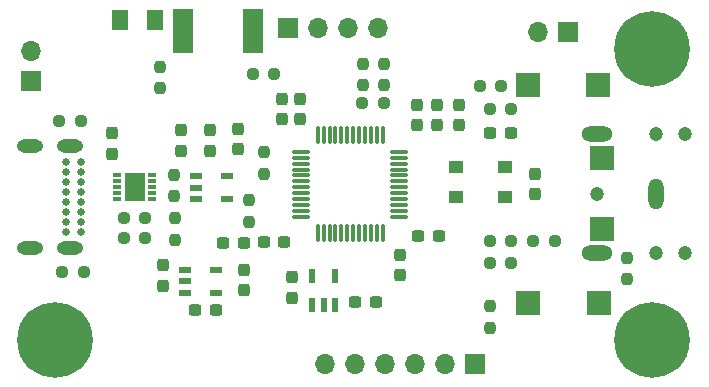
<source format=gts>
G04 #@! TF.GenerationSoftware,KiCad,Pcbnew,(6.0.2-0)*
G04 #@! TF.CreationDate,2022-02-13T15:07:21-08:00*
G04 #@! TF.ProjectId,TimTime,54696d54-696d-4652-9e6b-696361645f70,rev?*
G04 #@! TF.SameCoordinates,Original*
G04 #@! TF.FileFunction,Soldermask,Top*
G04 #@! TF.FilePolarity,Negative*
%FSLAX46Y46*%
G04 Gerber Fmt 4.6, Leading zero omitted, Abs format (unit mm)*
G04 Created by KiCad (PCBNEW (6.0.2-0)) date 2022-02-13 15:07:21*
%MOMM*%
%LPD*%
G01*
G04 APERTURE LIST*
G04 Aperture macros list*
%AMRoundRect*
0 Rectangle with rounded corners*
0 $1 Rounding radius*
0 $2 $3 $4 $5 $6 $7 $8 $9 X,Y pos of 4 corners*
0 Add a 4 corners polygon primitive as box body*
4,1,4,$2,$3,$4,$5,$6,$7,$8,$9,$2,$3,0*
0 Add four circle primitives for the rounded corners*
1,1,$1+$1,$2,$3*
1,1,$1+$1,$4,$5*
1,1,$1+$1,$6,$7*
1,1,$1+$1,$8,$9*
0 Add four rect primitives between the rounded corners*
20,1,$1+$1,$2,$3,$4,$5,0*
20,1,$1+$1,$4,$5,$6,$7,0*
20,1,$1+$1,$6,$7,$8,$9,0*
20,1,$1+$1,$8,$9,$2,$3,0*%
G04 Aperture macros list end*
%ADD10R,1.200000X1.000000*%
%ADD11RoundRect,0.237500X0.237500X-0.300000X0.237500X0.300000X-0.237500X0.300000X-0.237500X-0.300000X0*%
%ADD12RoundRect,0.237500X0.300000X0.237500X-0.300000X0.237500X-0.300000X-0.237500X0.300000X-0.237500X0*%
%ADD13RoundRect,0.237500X-0.237500X0.300000X-0.237500X-0.300000X0.237500X-0.300000X0.237500X0.300000X0*%
%ADD14RoundRect,0.237500X-0.300000X-0.237500X0.300000X-0.237500X0.300000X0.237500X-0.300000X0.237500X0*%
%ADD15R,1.050000X0.550000*%
%ADD16RoundRect,0.237500X0.250000X0.237500X-0.250000X0.237500X-0.250000X-0.237500X0.250000X-0.237500X0*%
%ADD17RoundRect,0.237500X-0.250000X-0.237500X0.250000X-0.237500X0.250000X0.237500X-0.250000X0.237500X0*%
%ADD18RoundRect,0.237500X-0.237500X0.250000X-0.237500X-0.250000X0.237500X-0.250000X0.237500X0.250000X0*%
%ADD19RoundRect,0.237500X0.237500X-0.250000X0.237500X0.250000X-0.237500X0.250000X-0.237500X-0.250000X0*%
%ADD20R,2.000000X2.000000*%
%ADD21R,1.700000X3.700000*%
%ADD22C,1.200000*%
%ADD23O,2.616000X1.308000*%
%ADD24O,1.308000X2.616000*%
%ADD25RoundRect,0.250001X-0.462499X-0.624999X0.462499X-0.624999X0.462499X0.624999X-0.462499X0.624999X0*%
%ADD26R,0.800000X0.300000*%
%ADD27R,1.750000X2.480000*%
%ADD28C,0.650000*%
%ADD29O,2.216000X1.108000*%
%ADD30R,1.700000X1.700000*%
%ADD31O,1.700000X1.700000*%
%ADD32RoundRect,0.237500X0.237500X-0.287500X0.237500X0.287500X-0.237500X0.287500X-0.237500X-0.287500X0*%
%ADD33RoundRect,0.075000X0.662500X0.075000X-0.662500X0.075000X-0.662500X-0.075000X0.662500X-0.075000X0*%
%ADD34RoundRect,0.075000X0.075000X0.662500X-0.075000X0.662500X-0.075000X-0.662500X0.075000X-0.662500X0*%
%ADD35R,0.590000X1.210000*%
%ADD36C,0.800000*%
%ADD37C,6.400000*%
G04 APERTURE END LIST*
D10*
G04 #@! TO.C,Y1*
X152273000Y-102937000D03*
X148113000Y-102937000D03*
X148113000Y-105537000D03*
X152273000Y-105537000D03*
G04 #@! TD*
D11*
G04 #@! TO.C,C1*
X154813000Y-105270500D03*
X154813000Y-103545500D03*
G04 #@! TD*
D12*
G04 #@! TO.C,C3*
X152740500Y-100076000D03*
X151015500Y-100076000D03*
G04 #@! TD*
D11*
G04 #@! TO.C,C4*
X134950200Y-98892500D03*
X134950200Y-97167500D03*
G04 #@! TD*
D12*
G04 #@! TO.C,C5*
X133591500Y-109347000D03*
X131866500Y-109347000D03*
G04 #@! TD*
D11*
G04 #@! TO.C,C6*
X133350000Y-98892500D03*
X133350000Y-97167500D03*
G04 #@! TD*
D13*
G04 #@! TO.C,C7*
X143383000Y-110375500D03*
X143383000Y-112100500D03*
G04 #@! TD*
D14*
G04 #@! TO.C,C8*
X144919500Y-108839000D03*
X146644500Y-108839000D03*
G04 #@! TD*
D11*
G04 #@! TO.C,C9*
X146544000Y-99414500D03*
X146544000Y-97689500D03*
G04 #@! TD*
G04 #@! TO.C,C10*
X144780000Y-99428500D03*
X144780000Y-97703500D03*
G04 #@! TD*
D13*
G04 #@! TO.C,C11*
X134239000Y-112308500D03*
X134239000Y-114033500D03*
G04 #@! TD*
D11*
G04 #@! TO.C,C12*
X124841000Y-101587500D03*
X124841000Y-99862500D03*
G04 #@! TD*
G04 #@! TO.C,C13*
X118999000Y-101841500D03*
X118999000Y-100116500D03*
G04 #@! TD*
D14*
G04 #@! TO.C,C14*
X128422400Y-109372400D03*
X130147400Y-109372400D03*
G04 #@! TD*
D11*
G04 #@! TO.C,C15*
X129667000Y-101460500D03*
X129667000Y-99735500D03*
G04 #@! TD*
G04 #@! TO.C,C16*
X127254000Y-101559500D03*
X127254000Y-99834500D03*
G04 #@! TD*
D14*
G04 #@! TO.C,C19*
X139600600Y-114350800D03*
X141325600Y-114350800D03*
G04 #@! TD*
D15*
G04 #@! TO.C,IC3*
X125192000Y-111699000D03*
X125192000Y-112649000D03*
X125192000Y-113599000D03*
X127792000Y-113599000D03*
X127792000Y-111699000D03*
G04 #@! TD*
D16*
G04 #@! TO.C,R7*
X152818500Y-98044000D03*
X150993500Y-98044000D03*
G04 #@! TD*
D17*
G04 #@! TO.C,R6*
X114544500Y-99060000D03*
X116369500Y-99060000D03*
G04 #@! TD*
D16*
G04 #@! TO.C,R5*
X116595500Y-111887000D03*
X114770500Y-111887000D03*
G04 #@! TD*
D18*
G04 #@! TO.C,R1*
X140222000Y-94224500D03*
X140222000Y-96049500D03*
G04 #@! TD*
D17*
G04 #@! TO.C,R2*
X140198500Y-97536000D03*
X142023500Y-97536000D03*
G04 #@! TD*
D19*
G04 #@! TO.C,R3*
X141986000Y-96049500D03*
X141986000Y-94224500D03*
G04 #@! TD*
D18*
G04 #@! TO.C,R4*
X162560000Y-110646200D03*
X162560000Y-112471200D03*
G04 #@! TD*
D17*
G04 #@! TO.C,R9*
X154648500Y-109220000D03*
X156473500Y-109220000D03*
G04 #@! TD*
D16*
G04 #@! TO.C,R10*
X152790500Y-109220000D03*
X150965500Y-109220000D03*
G04 #@! TD*
D17*
G04 #@! TO.C,R11*
X150965500Y-111125000D03*
X152790500Y-111125000D03*
G04 #@! TD*
D19*
G04 #@! TO.C,R12*
X130556000Y-107606500D03*
X130556000Y-105781500D03*
G04 #@! TD*
D18*
G04 #@! TO.C,R13*
X131826000Y-101689500D03*
X131826000Y-103514500D03*
G04 #@! TD*
D16*
G04 #@! TO.C,R14*
X151942800Y-96113600D03*
X150117800Y-96113600D03*
G04 #@! TD*
D18*
G04 #@! TO.C,R15*
X151028400Y-114761000D03*
X151028400Y-116586000D03*
G04 #@! TD*
D16*
G04 #@! TO.C,R16*
X121802500Y-107315000D03*
X119977500Y-107315000D03*
G04 #@! TD*
D18*
G04 #@! TO.C,R17*
X124206000Y-103594500D03*
X124206000Y-105419500D03*
G04 #@! TD*
G04 #@! TO.C,R18*
X124333000Y-107277500D03*
X124333000Y-109102500D03*
G04 #@! TD*
D16*
G04 #@! TO.C,R19*
X132752500Y-95123000D03*
X130927500Y-95123000D03*
G04 #@! TD*
D17*
G04 #@! TO.C,R20*
X120005500Y-108966000D03*
X121830500Y-108966000D03*
G04 #@! TD*
D18*
G04 #@! TO.C,R8*
X123063000Y-94478500D03*
X123063000Y-96303500D03*
G04 #@! TD*
D20*
G04 #@! TO.C,S2*
X154178000Y-96012000D03*
X160178000Y-96012000D03*
G04 #@! TD*
G04 #@! TO.C,S1*
X160477200Y-108204000D03*
X160477200Y-102204000D03*
G04 #@! TD*
G04 #@! TO.C,S4*
X154223200Y-114503200D03*
X160223200Y-114503200D03*
G04 #@! TD*
D21*
G04 #@! TO.C,S3*
X130937000Y-91440000D03*
X125037000Y-91440000D03*
G04 #@! TD*
D22*
G04 #@! TO.C,J2*
X165049200Y-110203000D03*
X167549200Y-110203000D03*
X160049200Y-105203000D03*
X165049200Y-100203000D03*
X167549200Y-100203000D03*
D23*
X160049200Y-100203000D03*
X160049200Y-110203000D03*
D24*
X165049200Y-105203000D03*
G04 #@! TD*
D25*
G04 #@! TO.C,D1*
X119634000Y-90551000D03*
X122609000Y-90551000D03*
G04 #@! TD*
D26*
G04 #@! TO.C,IC1*
X119404000Y-103648000D03*
X119404000Y-104148000D03*
X119404000Y-104648000D03*
X119404000Y-105148000D03*
X119404000Y-105648000D03*
X122404000Y-105648000D03*
X122404000Y-105148000D03*
X122404000Y-104648000D03*
X122404000Y-104148000D03*
X122404000Y-103648000D03*
D27*
X120904000Y-104648000D03*
G04 #@! TD*
D15*
G04 #@! TO.C,IC2*
X126111000Y-103759000D03*
X126111000Y-104709000D03*
X126111000Y-105659000D03*
X128711000Y-105659000D03*
X128711000Y-103759000D03*
G04 #@! TD*
D28*
G04 #@! TO.C,J1*
X116412000Y-108458000D03*
X116412000Y-107608000D03*
X116412000Y-106758000D03*
X116412000Y-105908000D03*
X116412000Y-105058000D03*
X116412000Y-104208000D03*
X116412000Y-103358000D03*
X116412000Y-102508000D03*
X115062000Y-102508000D03*
X115062000Y-103358000D03*
X115062000Y-104208000D03*
X115062000Y-105058000D03*
X115062000Y-105908000D03*
X115062000Y-106758000D03*
X115062000Y-107608000D03*
X115062000Y-108458000D03*
D29*
X115432000Y-109808000D03*
X115432000Y-101158000D03*
X112052000Y-101158000D03*
X112052000Y-109808000D03*
G04 #@! TD*
D30*
G04 #@! TO.C,J3*
X133858000Y-91186000D03*
D31*
X136398000Y-91186000D03*
X138938000Y-91186000D03*
X141478000Y-91186000D03*
G04 #@! TD*
D30*
G04 #@! TO.C,J4*
X149733000Y-119634000D03*
D31*
X147193000Y-119634000D03*
X144653000Y-119634000D03*
X142113000Y-119634000D03*
X139573000Y-119634000D03*
X137033000Y-119634000D03*
G04 #@! TD*
G04 #@! TO.C,J5*
X112166400Y-93116400D03*
D30*
X112166400Y-95656400D03*
G04 #@! TD*
D31*
G04 #@! TO.C,J6*
X155067000Y-91567000D03*
D30*
X157607000Y-91567000D03*
G04 #@! TD*
D32*
G04 #@! TO.C,L1*
X148336000Y-99441000D03*
X148336000Y-97691000D03*
G04 #@! TD*
D33*
G04 #@! TO.C,U1*
X143326000Y-107172500D03*
X143326000Y-106672500D03*
X143326000Y-106172500D03*
X143326000Y-105672500D03*
X143326000Y-105172500D03*
X143326000Y-104672500D03*
X143326000Y-104172500D03*
X143326000Y-103672500D03*
X143326000Y-103172500D03*
X143326000Y-102672500D03*
X143326000Y-102172500D03*
X143326000Y-101672500D03*
D34*
X141913500Y-100260000D03*
X141413500Y-100260000D03*
X140913500Y-100260000D03*
X140413500Y-100260000D03*
X139913500Y-100260000D03*
X139413500Y-100260000D03*
X138913500Y-100260000D03*
X138413500Y-100260000D03*
X137913500Y-100260000D03*
X137413500Y-100260000D03*
X136913500Y-100260000D03*
X136413500Y-100260000D03*
D33*
X135001000Y-101672500D03*
X135001000Y-102172500D03*
X135001000Y-102672500D03*
X135001000Y-103172500D03*
X135001000Y-103672500D03*
X135001000Y-104172500D03*
X135001000Y-104672500D03*
X135001000Y-105172500D03*
X135001000Y-105672500D03*
X135001000Y-106172500D03*
X135001000Y-106672500D03*
X135001000Y-107172500D03*
D34*
X136413500Y-108585000D03*
X136913500Y-108585000D03*
X137413500Y-108585000D03*
X137913500Y-108585000D03*
X138413500Y-108585000D03*
X138913500Y-108585000D03*
X139413500Y-108585000D03*
X139913500Y-108585000D03*
X140413500Y-108585000D03*
X140913500Y-108585000D03*
X141413500Y-108585000D03*
X141913500Y-108585000D03*
G04 #@! TD*
D35*
G04 #@! TO.C,U2*
X135956000Y-114681000D03*
X136906000Y-114681000D03*
X137856000Y-114681000D03*
X137856000Y-112171000D03*
X135956000Y-112171000D03*
G04 #@! TD*
D13*
G04 #@! TO.C,C2*
X123317000Y-111278500D03*
X123317000Y-113003500D03*
G04 #@! TD*
G04 #@! TO.C,C17*
X130175000Y-113411000D03*
X130175000Y-111686000D03*
G04 #@! TD*
D14*
G04 #@! TO.C,C18*
X126037000Y-115062000D03*
X127762000Y-115062000D03*
G04 #@! TD*
D36*
G04 #@! TO.C,H2*
X166416056Y-91266944D03*
X164719000Y-90564000D03*
X163021944Y-91266944D03*
X162319000Y-92964000D03*
X163021944Y-94661056D03*
X164719000Y-95364000D03*
X166416056Y-94661056D03*
X167119000Y-92964000D03*
D37*
X164719000Y-92964000D03*
G04 #@! TD*
G04 #@! TO.C,H3*
X164719000Y-117602000D03*
D36*
X167119000Y-117602000D03*
X166416056Y-119299056D03*
X164719000Y-120002000D03*
X163021944Y-119299056D03*
X162319000Y-117602000D03*
X163021944Y-115904944D03*
X164719000Y-115202000D03*
X166416056Y-115904944D03*
G04 #@! TD*
G04 #@! TO.C,H4*
X115870056Y-115904944D03*
X114173000Y-115202000D03*
X112475944Y-115904944D03*
X111773000Y-117602000D03*
X112475944Y-119299056D03*
X114173000Y-120002000D03*
X115870056Y-119299056D03*
X116573000Y-117602000D03*
D37*
X114173000Y-117602000D03*
G04 #@! TD*
M02*

</source>
